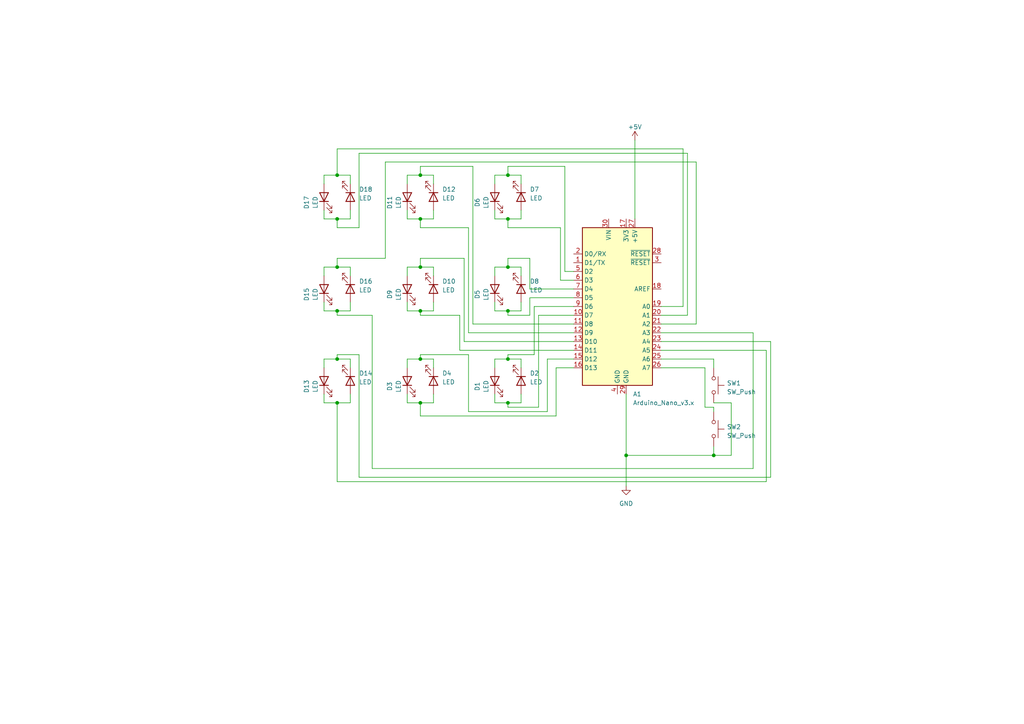
<source format=kicad_sch>
(kicad_sch (version 20230121) (generator eeschema)

  (uuid ee24f6c0-03cb-4154-8663-37f2e5e53921)

  (paper "A4")

  (lib_symbols
    (symbol "Device:LED" (pin_numbers hide) (pin_names (offset 1.016) hide) (in_bom yes) (on_board yes)
      (property "Reference" "D" (at 0 2.54 0)
        (effects (font (size 1.27 1.27)))
      )
      (property "Value" "LED" (at 0 -2.54 0)
        (effects (font (size 1.27 1.27)))
      )
      (property "Footprint" "" (at 0 0 0)
        (effects (font (size 1.27 1.27)) hide)
      )
      (property "Datasheet" "~" (at 0 0 0)
        (effects (font (size 1.27 1.27)) hide)
      )
      (property "ki_keywords" "LED diode" (at 0 0 0)
        (effects (font (size 1.27 1.27)) hide)
      )
      (property "ki_description" "Light emitting diode" (at 0 0 0)
        (effects (font (size 1.27 1.27)) hide)
      )
      (property "ki_fp_filters" "LED* LED_SMD:* LED_THT:*" (at 0 0 0)
        (effects (font (size 1.27 1.27)) hide)
      )
      (symbol "LED_0_1"
        (polyline
          (pts
            (xy -1.27 -1.27)
            (xy -1.27 1.27)
          )
          (stroke (width 0.254) (type default))
          (fill (type none))
        )
        (polyline
          (pts
            (xy -1.27 0)
            (xy 1.27 0)
          )
          (stroke (width 0) (type default))
          (fill (type none))
        )
        (polyline
          (pts
            (xy 1.27 -1.27)
            (xy 1.27 1.27)
            (xy -1.27 0)
            (xy 1.27 -1.27)
          )
          (stroke (width 0.254) (type default))
          (fill (type none))
        )
        (polyline
          (pts
            (xy -3.048 -0.762)
            (xy -4.572 -2.286)
            (xy -3.81 -2.286)
            (xy -4.572 -2.286)
            (xy -4.572 -1.524)
          )
          (stroke (width 0) (type default))
          (fill (type none))
        )
        (polyline
          (pts
            (xy -1.778 -0.762)
            (xy -3.302 -2.286)
            (xy -2.54 -2.286)
            (xy -3.302 -2.286)
            (xy -3.302 -1.524)
          )
          (stroke (width 0) (type default))
          (fill (type none))
        )
      )
      (symbol "LED_1_1"
        (pin passive line (at -3.81 0 0) (length 2.54)
          (name "K" (effects (font (size 1.27 1.27))))
          (number "1" (effects (font (size 1.27 1.27))))
        )
        (pin passive line (at 3.81 0 180) (length 2.54)
          (name "A" (effects (font (size 1.27 1.27))))
          (number "2" (effects (font (size 1.27 1.27))))
        )
      )
    )
    (symbol "MCU_Module:Arduino_Nano_v3.x" (in_bom yes) (on_board yes)
      (property "Reference" "A" (at -10.16 23.495 0)
        (effects (font (size 1.27 1.27)) (justify left bottom))
      )
      (property "Value" "Arduino_Nano_v3.x" (at 5.08 -24.13 0)
        (effects (font (size 1.27 1.27)) (justify left top))
      )
      (property "Footprint" "Module:Arduino_Nano" (at 0 0 0)
        (effects (font (size 1.27 1.27) italic) hide)
      )
      (property "Datasheet" "http://www.mouser.com/pdfdocs/Gravitech_Arduino_Nano3_0.pdf" (at 0 0 0)
        (effects (font (size 1.27 1.27)) hide)
      )
      (property "ki_keywords" "Arduino nano microcontroller module USB" (at 0 0 0)
        (effects (font (size 1.27 1.27)) hide)
      )
      (property "ki_description" "Arduino Nano v3.x" (at 0 0 0)
        (effects (font (size 1.27 1.27)) hide)
      )
      (property "ki_fp_filters" "Arduino*Nano*" (at 0 0 0)
        (effects (font (size 1.27 1.27)) hide)
      )
      (symbol "Arduino_Nano_v3.x_0_1"
        (rectangle (start -10.16 22.86) (end 10.16 -22.86)
          (stroke (width 0.254) (type default))
          (fill (type background))
        )
      )
      (symbol "Arduino_Nano_v3.x_1_1"
        (pin bidirectional line (at -12.7 12.7 0) (length 2.54)
          (name "D1/TX" (effects (font (size 1.27 1.27))))
          (number "1" (effects (font (size 1.27 1.27))))
        )
        (pin bidirectional line (at -12.7 -2.54 0) (length 2.54)
          (name "D7" (effects (font (size 1.27 1.27))))
          (number "10" (effects (font (size 1.27 1.27))))
        )
        (pin bidirectional line (at -12.7 -5.08 0) (length 2.54)
          (name "D8" (effects (font (size 1.27 1.27))))
          (number "11" (effects (font (size 1.27 1.27))))
        )
        (pin bidirectional line (at -12.7 -7.62 0) (length 2.54)
          (name "D9" (effects (font (size 1.27 1.27))))
          (number "12" (effects (font (size 1.27 1.27))))
        )
        (pin bidirectional line (at -12.7 -10.16 0) (length 2.54)
          (name "D10" (effects (font (size 1.27 1.27))))
          (number "13" (effects (font (size 1.27 1.27))))
        )
        (pin bidirectional line (at -12.7 -12.7 0) (length 2.54)
          (name "D11" (effects (font (size 1.27 1.27))))
          (number "14" (effects (font (size 1.27 1.27))))
        )
        (pin bidirectional line (at -12.7 -15.24 0) (length 2.54)
          (name "D12" (effects (font (size 1.27 1.27))))
          (number "15" (effects (font (size 1.27 1.27))))
        )
        (pin bidirectional line (at -12.7 -17.78 0) (length 2.54)
          (name "D13" (effects (font (size 1.27 1.27))))
          (number "16" (effects (font (size 1.27 1.27))))
        )
        (pin power_out line (at 2.54 25.4 270) (length 2.54)
          (name "3V3" (effects (font (size 1.27 1.27))))
          (number "17" (effects (font (size 1.27 1.27))))
        )
        (pin input line (at 12.7 5.08 180) (length 2.54)
          (name "AREF" (effects (font (size 1.27 1.27))))
          (number "18" (effects (font (size 1.27 1.27))))
        )
        (pin bidirectional line (at 12.7 0 180) (length 2.54)
          (name "A0" (effects (font (size 1.27 1.27))))
          (number "19" (effects (font (size 1.27 1.27))))
        )
        (pin bidirectional line (at -12.7 15.24 0) (length 2.54)
          (name "D0/RX" (effects (font (size 1.27 1.27))))
          (number "2" (effects (font (size 1.27 1.27))))
        )
        (pin bidirectional line (at 12.7 -2.54 180) (length 2.54)
          (name "A1" (effects (font (size 1.27 1.27))))
          (number "20" (effects (font (size 1.27 1.27))))
        )
        (pin bidirectional line (at 12.7 -5.08 180) (length 2.54)
          (name "A2" (effects (font (size 1.27 1.27))))
          (number "21" (effects (font (size 1.27 1.27))))
        )
        (pin bidirectional line (at 12.7 -7.62 180) (length 2.54)
          (name "A3" (effects (font (size 1.27 1.27))))
          (number "22" (effects (font (size 1.27 1.27))))
        )
        (pin bidirectional line (at 12.7 -10.16 180) (length 2.54)
          (name "A4" (effects (font (size 1.27 1.27))))
          (number "23" (effects (font (size 1.27 1.27))))
        )
        (pin bidirectional line (at 12.7 -12.7 180) (length 2.54)
          (name "A5" (effects (font (size 1.27 1.27))))
          (number "24" (effects (font (size 1.27 1.27))))
        )
        (pin bidirectional line (at 12.7 -15.24 180) (length 2.54)
          (name "A6" (effects (font (size 1.27 1.27))))
          (number "25" (effects (font (size 1.27 1.27))))
        )
        (pin bidirectional line (at 12.7 -17.78 180) (length 2.54)
          (name "A7" (effects (font (size 1.27 1.27))))
          (number "26" (effects (font (size 1.27 1.27))))
        )
        (pin power_out line (at 5.08 25.4 270) (length 2.54)
          (name "+5V" (effects (font (size 1.27 1.27))))
          (number "27" (effects (font (size 1.27 1.27))))
        )
        (pin input line (at 12.7 15.24 180) (length 2.54)
          (name "~{RESET}" (effects (font (size 1.27 1.27))))
          (number "28" (effects (font (size 1.27 1.27))))
        )
        (pin power_in line (at 2.54 -25.4 90) (length 2.54)
          (name "GND" (effects (font (size 1.27 1.27))))
          (number "29" (effects (font (size 1.27 1.27))))
        )
        (pin input line (at 12.7 12.7 180) (length 2.54)
          (name "~{RESET}" (effects (font (size 1.27 1.27))))
          (number "3" (effects (font (size 1.27 1.27))))
        )
        (pin power_in line (at -2.54 25.4 270) (length 2.54)
          (name "VIN" (effects (font (size 1.27 1.27))))
          (number "30" (effects (font (size 1.27 1.27))))
        )
        (pin power_in line (at 0 -25.4 90) (length 2.54)
          (name "GND" (effects (font (size 1.27 1.27))))
          (number "4" (effects (font (size 1.27 1.27))))
        )
        (pin bidirectional line (at -12.7 10.16 0) (length 2.54)
          (name "D2" (effects (font (size 1.27 1.27))))
          (number "5" (effects (font (size 1.27 1.27))))
        )
        (pin bidirectional line (at -12.7 7.62 0) (length 2.54)
          (name "D3" (effects (font (size 1.27 1.27))))
          (number "6" (effects (font (size 1.27 1.27))))
        )
        (pin bidirectional line (at -12.7 5.08 0) (length 2.54)
          (name "D4" (effects (font (size 1.27 1.27))))
          (number "7" (effects (font (size 1.27 1.27))))
        )
        (pin bidirectional line (at -12.7 2.54 0) (length 2.54)
          (name "D5" (effects (font (size 1.27 1.27))))
          (number "8" (effects (font (size 1.27 1.27))))
        )
        (pin bidirectional line (at -12.7 0 0) (length 2.54)
          (name "D6" (effects (font (size 1.27 1.27))))
          (number "9" (effects (font (size 1.27 1.27))))
        )
      )
    )
    (symbol "Switch:SW_Push" (pin_numbers hide) (pin_names (offset 1.016) hide) (in_bom yes) (on_board yes)
      (property "Reference" "SW" (at 1.27 2.54 0)
        (effects (font (size 1.27 1.27)) (justify left))
      )
      (property "Value" "SW_Push" (at 0 -1.524 0)
        (effects (font (size 1.27 1.27)))
      )
      (property "Footprint" "" (at 0 5.08 0)
        (effects (font (size 1.27 1.27)) hide)
      )
      (property "Datasheet" "~" (at 0 5.08 0)
        (effects (font (size 1.27 1.27)) hide)
      )
      (property "ki_keywords" "switch normally-open pushbutton push-button" (at 0 0 0)
        (effects (font (size 1.27 1.27)) hide)
      )
      (property "ki_description" "Push button switch, generic, two pins" (at 0 0 0)
        (effects (font (size 1.27 1.27)) hide)
      )
      (symbol "SW_Push_0_1"
        (circle (center -2.032 0) (radius 0.508)
          (stroke (width 0) (type default))
          (fill (type none))
        )
        (polyline
          (pts
            (xy 0 1.27)
            (xy 0 3.048)
          )
          (stroke (width 0) (type default))
          (fill (type none))
        )
        (polyline
          (pts
            (xy 2.54 1.27)
            (xy -2.54 1.27)
          )
          (stroke (width 0) (type default))
          (fill (type none))
        )
        (circle (center 2.032 0) (radius 0.508)
          (stroke (width 0) (type default))
          (fill (type none))
        )
        (pin passive line (at -5.08 0 0) (length 2.54)
          (name "1" (effects (font (size 1.27 1.27))))
          (number "1" (effects (font (size 1.27 1.27))))
        )
        (pin passive line (at 5.08 0 180) (length 2.54)
          (name "2" (effects (font (size 1.27 1.27))))
          (number "2" (effects (font (size 1.27 1.27))))
        )
      )
    )
    (symbol "power:+5V" (power) (pin_names (offset 0)) (in_bom yes) (on_board yes)
      (property "Reference" "#PWR" (at 0 -3.81 0)
        (effects (font (size 1.27 1.27)) hide)
      )
      (property "Value" "+5V" (at 0 3.556 0)
        (effects (font (size 1.27 1.27)))
      )
      (property "Footprint" "" (at 0 0 0)
        (effects (font (size 1.27 1.27)) hide)
      )
      (property "Datasheet" "" (at 0 0 0)
        (effects (font (size 1.27 1.27)) hide)
      )
      (property "ki_keywords" "global power" (at 0 0 0)
        (effects (font (size 1.27 1.27)) hide)
      )
      (property "ki_description" "Power symbol creates a global label with name \"+5V\"" (at 0 0 0)
        (effects (font (size 1.27 1.27)) hide)
      )
      (symbol "+5V_0_1"
        (polyline
          (pts
            (xy -0.762 1.27)
            (xy 0 2.54)
          )
          (stroke (width 0) (type default))
          (fill (type none))
        )
        (polyline
          (pts
            (xy 0 0)
            (xy 0 2.54)
          )
          (stroke (width 0) (type default))
          (fill (type none))
        )
        (polyline
          (pts
            (xy 0 2.54)
            (xy 0.762 1.27)
          )
          (stroke (width 0) (type default))
          (fill (type none))
        )
      )
      (symbol "+5V_1_1"
        (pin power_in line (at 0 0 90) (length 0) hide
          (name "+5V" (effects (font (size 1.27 1.27))))
          (number "1" (effects (font (size 1.27 1.27))))
        )
      )
    )
    (symbol "power:GND" (power) (pin_names (offset 0)) (in_bom yes) (on_board yes)
      (property "Reference" "#PWR" (at 0 -6.35 0)
        (effects (font (size 1.27 1.27)) hide)
      )
      (property "Value" "GND" (at 0 -3.81 0)
        (effects (font (size 1.27 1.27)))
      )
      (property "Footprint" "" (at 0 0 0)
        (effects (font (size 1.27 1.27)) hide)
      )
      (property "Datasheet" "" (at 0 0 0)
        (effects (font (size 1.27 1.27)) hide)
      )
      (property "ki_keywords" "global power" (at 0 0 0)
        (effects (font (size 1.27 1.27)) hide)
      )
      (property "ki_description" "Power symbol creates a global label with name \"GND\" , ground" (at 0 0 0)
        (effects (font (size 1.27 1.27)) hide)
      )
      (symbol "GND_0_1"
        (polyline
          (pts
            (xy 0 0)
            (xy 0 -1.27)
            (xy 1.27 -1.27)
            (xy 0 -2.54)
            (xy -1.27 -1.27)
            (xy 0 -1.27)
          )
          (stroke (width 0) (type default))
          (fill (type none))
        )
      )
      (symbol "GND_1_1"
        (pin power_in line (at 0 0 270) (length 0) hide
          (name "GND" (effects (font (size 1.27 1.27))))
          (number "1" (effects (font (size 1.27 1.27))))
        )
      )
    )
  )

  (junction (at 97.79 63.5) (diameter 0) (color 0 0 0 0)
    (uuid 12b40444-4652-4e89-8a5b-6fb88896bd04)
  )
  (junction (at 121.92 77.47) (diameter 0) (color 0 0 0 0)
    (uuid 249cbaf1-d8d4-44bd-8702-99ba4a059bd4)
  )
  (junction (at 147.32 116.84) (diameter 0) (color 0 0 0 0)
    (uuid 3442ea6c-39a8-4956-9629-a2d94df19451)
  )
  (junction (at 147.32 104.14) (diameter 0) (color 0 0 0 0)
    (uuid 4969f379-2705-4ba4-b990-8d74dafce137)
  )
  (junction (at 147.32 77.47) (diameter 0) (color 0 0 0 0)
    (uuid 6488341d-a9b0-428e-9397-a6e3058fec2d)
  )
  (junction (at 97.79 104.14) (diameter 0) (color 0 0 0 0)
    (uuid 6495f67c-a170-4df6-afdb-0f83caa75826)
  )
  (junction (at 97.79 90.17) (diameter 0) (color 0 0 0 0)
    (uuid 885ef491-d548-4b54-8ce0-8dc3f87aefd4)
  )
  (junction (at 97.79 116.84) (diameter 0) (color 0 0 0 0)
    (uuid 92d92a53-c27e-465b-96fe-b3aaf0fb4882)
  )
  (junction (at 97.79 50.8) (diameter 0) (color 0 0 0 0)
    (uuid 9ffea827-b5ef-488b-8223-2a74f1244640)
  )
  (junction (at 121.92 116.84) (diameter 0) (color 0 0 0 0)
    (uuid ae89b022-1e1f-41af-b981-a7f9c478abe6)
  )
  (junction (at 207.01 132.08) (diameter 0) (color 0 0 0 0)
    (uuid bb2d0301-aaf2-4e11-a855-f408b0aa45ed)
  )
  (junction (at 147.32 50.8) (diameter 0) (color 0 0 0 0)
    (uuid c03847cc-40f0-4c41-8bc9-0bda85317371)
  )
  (junction (at 121.92 63.5) (diameter 0) (color 0 0 0 0)
    (uuid c4bfd467-57b1-44fa-a584-06a1d6376975)
  )
  (junction (at 121.92 90.17) (diameter 0) (color 0 0 0 0)
    (uuid c5eafc70-037a-4762-b085-e6a370efa6e8)
  )
  (junction (at 121.92 104.14) (diameter 0) (color 0 0 0 0)
    (uuid cd45dd6b-b4aa-408d-91b5-d1a56a0d45ff)
  )
  (junction (at 147.32 63.5) (diameter 0) (color 0 0 0 0)
    (uuid d44e7f15-8f30-455a-b7ec-a1636e9eb260)
  )
  (junction (at 97.79 77.47) (diameter 0) (color 0 0 0 0)
    (uuid d61c1bca-ccf3-4900-b03f-28732b8f0485)
  )
  (junction (at 147.32 90.17) (diameter 0) (color 0 0 0 0)
    (uuid d96af600-7545-401a-8964-b78c9ffeef72)
  )
  (junction (at 121.92 50.8) (diameter 0) (color 0 0 0 0)
    (uuid e810e628-4b26-4bcd-9aa9-f9079d6d46d7)
  )
  (junction (at 181.61 132.08) (diameter 0) (color 0 0 0 0)
    (uuid f96da2cc-3d2a-489b-aad8-ebd312a507b1)
  )

  (wire (pts (xy 147.32 90.17) (xy 151.13 90.17))
    (stroke (width 0) (type default))
    (uuid 00c4b518-20a7-41cf-a724-577661e8666f)
  )
  (wire (pts (xy 125.73 104.14) (xy 125.73 106.68))
    (stroke (width 0) (type default))
    (uuid 023be54c-be3f-4af8-ad9b-bd19bb1289c5)
  )
  (wire (pts (xy 118.11 77.47) (xy 121.92 77.47))
    (stroke (width 0) (type default))
    (uuid 035b11cf-a99b-4255-bdc1-32878667968c)
  )
  (wire (pts (xy 222.25 139.7) (xy 222.25 101.6))
    (stroke (width 0) (type default))
    (uuid 03b20d86-6b63-4132-8b9a-d4e2ad8836e2)
  )
  (wire (pts (xy 118.11 116.84) (xy 121.92 116.84))
    (stroke (width 0) (type default))
    (uuid 03cbfdaf-83cd-48f8-9623-dbcee898cfbb)
  )
  (wire (pts (xy 93.98 104.14) (xy 97.79 104.14))
    (stroke (width 0) (type default))
    (uuid 04209160-9d83-412f-af9e-e2cee8c66523)
  )
  (wire (pts (xy 118.11 87.63) (xy 118.11 90.17))
    (stroke (width 0) (type default))
    (uuid 04eb3aeb-4312-4178-8d21-b2f0d9fc330a)
  )
  (wire (pts (xy 143.51 77.47) (xy 147.32 77.47))
    (stroke (width 0) (type default))
    (uuid 064a91d9-882c-4ef7-b046-bc67a8c3971e)
  )
  (wire (pts (xy 147.32 77.47) (xy 151.13 77.47))
    (stroke (width 0) (type default))
    (uuid 06a60324-f96a-499b-a165-723e603ce895)
  )
  (wire (pts (xy 97.79 66.04) (xy 104.14 66.04))
    (stroke (width 0) (type default))
    (uuid 07a951a7-3066-4eed-9fcb-2505bf5748b4)
  )
  (wire (pts (xy 207.01 129.54) (xy 207.01 132.08))
    (stroke (width 0) (type default))
    (uuid 085d5566-ff86-44fe-a6e1-cc2caca2759a)
  )
  (wire (pts (xy 154.94 88.9) (xy 166.37 88.9))
    (stroke (width 0) (type default))
    (uuid 09f3e7b6-211b-42f6-a354-ab3644409539)
  )
  (wire (pts (xy 97.79 74.93) (xy 111.76 74.93))
    (stroke (width 0) (type default))
    (uuid 09fb3ed5-d649-424a-8bd4-5f2bcac5346f)
  )
  (wire (pts (xy 97.79 50.8) (xy 101.6 50.8))
    (stroke (width 0) (type default))
    (uuid 0f744a93-65fe-4c3d-9154-00c5f51129cf)
  )
  (wire (pts (xy 162.56 66.04) (xy 162.56 81.28))
    (stroke (width 0) (type default))
    (uuid 0fbf945d-7ce2-4c88-b767-368afac4071c)
  )
  (wire (pts (xy 147.32 118.11) (xy 156.21 118.11))
    (stroke (width 0) (type default))
    (uuid 10f1e637-2ed7-4a21-a461-598ac2702df4)
  )
  (wire (pts (xy 147.32 63.5) (xy 147.32 66.04))
    (stroke (width 0) (type default))
    (uuid 11fb241a-87cc-408f-9cb4-fe0069099582)
  )
  (wire (pts (xy 121.92 50.8) (xy 121.92 48.26))
    (stroke (width 0) (type default))
    (uuid 12c62e87-0f88-462d-a886-061811459c2a)
  )
  (wire (pts (xy 121.92 120.65) (xy 161.29 120.65))
    (stroke (width 0) (type default))
    (uuid 132b7c89-6742-4c75-ab84-e906b20e2fa6)
  )
  (wire (pts (xy 134.62 99.06) (xy 166.37 99.06))
    (stroke (width 0) (type default))
    (uuid 13e2c3bf-a91e-429a-9d2b-7ecd20de3373)
  )
  (wire (pts (xy 222.25 101.6) (xy 191.77 101.6))
    (stroke (width 0) (type default))
    (uuid 142f153c-c347-42ef-be92-30a4049f9f2c)
  )
  (wire (pts (xy 97.79 77.47) (xy 97.79 74.93))
    (stroke (width 0) (type default))
    (uuid 1c9d4045-4194-4931-97c4-e326ba636518)
  )
  (wire (pts (xy 107.95 91.44) (xy 107.95 135.89))
    (stroke (width 0) (type default))
    (uuid 1fa0d320-209a-4a6a-ba6e-ccac560ded2b)
  )
  (wire (pts (xy 97.79 104.14) (xy 101.6 104.14))
    (stroke (width 0) (type default))
    (uuid 2018b4b4-db0e-49b3-881d-a4eaf88549c2)
  )
  (wire (pts (xy 156.21 118.11) (xy 156.21 91.44))
    (stroke (width 0) (type default))
    (uuid 233f8944-90b8-45dc-af62-17b1f15636c2)
  )
  (wire (pts (xy 97.79 77.47) (xy 101.6 77.47))
    (stroke (width 0) (type default))
    (uuid 246c4e0f-0d58-434d-99e0-f1bf0a706ada)
  )
  (wire (pts (xy 121.92 48.26) (xy 137.16 48.26))
    (stroke (width 0) (type default))
    (uuid 256c66c7-3500-45ca-9099-a43e868745f8)
  )
  (wire (pts (xy 101.6 90.17) (xy 101.6 87.63))
    (stroke (width 0) (type default))
    (uuid 296f65ca-972f-4815-a0f7-8df3800739d6)
  )
  (wire (pts (xy 201.93 46.99) (xy 201.93 93.98))
    (stroke (width 0) (type default))
    (uuid 2a02b7da-0d50-4961-967f-5fb00d89c3af)
  )
  (wire (pts (xy 121.92 66.04) (xy 135.89 66.04))
    (stroke (width 0) (type default))
    (uuid 2b4945b2-a898-497c-8d7c-a7bc0a265166)
  )
  (wire (pts (xy 158.75 104.14) (xy 166.37 104.14))
    (stroke (width 0) (type default))
    (uuid 2bed2d04-4868-4028-a9b5-01879c90ec52)
  )
  (wire (pts (xy 147.32 74.93) (xy 153.67 74.93))
    (stroke (width 0) (type default))
    (uuid 2c2b75a7-4eee-4785-81f1-b425f06a25ed)
  )
  (wire (pts (xy 125.73 90.17) (xy 125.73 87.63))
    (stroke (width 0) (type default))
    (uuid 2f99090c-86be-4b38-9808-bf080bbcc15d)
  )
  (wire (pts (xy 198.12 88.9) (xy 191.77 88.9))
    (stroke (width 0) (type default))
    (uuid 30372c70-8e07-4809-9472-95c8dc7e2470)
  )
  (wire (pts (xy 207.01 118.11) (xy 207.01 119.38))
    (stroke (width 0) (type default))
    (uuid 341cae59-a082-43ba-b85c-88ce396cef7b)
  )
  (wire (pts (xy 97.79 90.17) (xy 97.79 91.44))
    (stroke (width 0) (type default))
    (uuid 3655325e-a629-453a-a626-2db5802b562b)
  )
  (wire (pts (xy 121.92 91.44) (xy 133.35 91.44))
    (stroke (width 0) (type default))
    (uuid 371a6dc3-d5ef-410e-819c-2629dcdac965)
  )
  (wire (pts (xy 134.62 74.93) (xy 134.62 99.06))
    (stroke (width 0) (type default))
    (uuid 3825d45b-9465-436e-9658-a7ce93fe9acd)
  )
  (wire (pts (xy 101.6 63.5) (xy 101.6 60.96))
    (stroke (width 0) (type default))
    (uuid 38e3a125-94dc-48b6-af59-b078dc4880fc)
  )
  (wire (pts (xy 147.32 48.26) (xy 163.83 48.26))
    (stroke (width 0) (type default))
    (uuid 3c7110f3-48e9-4d68-905a-a29fb1cd503e)
  )
  (wire (pts (xy 223.52 99.06) (xy 191.77 99.06))
    (stroke (width 0) (type default))
    (uuid 3d44d1ba-a4c4-48fd-8e40-61aaa935a715)
  )
  (wire (pts (xy 97.79 91.44) (xy 107.95 91.44))
    (stroke (width 0) (type default))
    (uuid 3fb6a97d-cb67-42d3-84ee-bb0abca9cf6f)
  )
  (wire (pts (xy 93.98 80.01) (xy 93.98 77.47))
    (stroke (width 0) (type default))
    (uuid 414df0a1-5399-40ce-8927-d592790e00b5)
  )
  (wire (pts (xy 199.39 91.44) (xy 191.77 91.44))
    (stroke (width 0) (type default))
    (uuid 476a5f7d-7a67-4c99-a947-d66f99fd731f)
  )
  (wire (pts (xy 118.11 53.34) (xy 118.11 50.8))
    (stroke (width 0) (type default))
    (uuid 4802e5ae-11c0-4367-82e3-56d526a0304d)
  )
  (wire (pts (xy 201.93 93.98) (xy 191.77 93.98))
    (stroke (width 0) (type default))
    (uuid 490dfbec-8f9b-48ce-92d6-452bcccdfedb)
  )
  (wire (pts (xy 191.77 104.14) (xy 207.01 104.14))
    (stroke (width 0) (type default))
    (uuid 4971fc17-91fa-436e-ba6e-26438d7b64ef)
  )
  (wire (pts (xy 121.92 63.5) (xy 121.92 66.04))
    (stroke (width 0) (type default))
    (uuid 4d6caede-0f33-44e2-9619-f0153ed8ffc7)
  )
  (wire (pts (xy 111.76 74.93) (xy 111.76 46.99))
    (stroke (width 0) (type default))
    (uuid 4e030bef-4d6f-4c25-9679-6a8f5592eea6)
  )
  (wire (pts (xy 223.52 138.43) (xy 223.52 99.06))
    (stroke (width 0) (type default))
    (uuid 4f60a73c-2699-4cf6-aee1-ee84ae7f6cd0)
  )
  (wire (pts (xy 151.13 50.8) (xy 151.13 53.34))
    (stroke (width 0) (type default))
    (uuid 4f67ec84-fff6-46f5-9a62-1752220e2f0c)
  )
  (wire (pts (xy 93.98 116.84) (xy 97.79 116.84))
    (stroke (width 0) (type default))
    (uuid 50a5fff0-230d-45e5-9f9f-93eeae80bc60)
  )
  (wire (pts (xy 162.56 81.28) (xy 166.37 81.28))
    (stroke (width 0) (type default))
    (uuid 51051e65-39a6-4464-a236-e33065997905)
  )
  (wire (pts (xy 198.12 43.18) (xy 198.12 88.9))
    (stroke (width 0) (type default))
    (uuid 510d7fb0-33bc-435d-a653-95bda73de876)
  )
  (wire (pts (xy 143.51 63.5) (xy 147.32 63.5))
    (stroke (width 0) (type default))
    (uuid 52e1ac75-5541-4d6b-ba28-878f9894756d)
  )
  (wire (pts (xy 163.83 78.74) (xy 166.37 78.74))
    (stroke (width 0) (type default))
    (uuid 56162f20-650c-44d4-ad9b-0f54bf10ecfc)
  )
  (wire (pts (xy 143.51 80.01) (xy 143.51 77.47))
    (stroke (width 0) (type default))
    (uuid 5692747a-189f-4f5c-a708-708bf6069d00)
  )
  (wire (pts (xy 121.92 102.87) (xy 135.89 102.87))
    (stroke (width 0) (type default))
    (uuid 5696441f-8ba5-459e-8fe2-00b20e7919ce)
  )
  (wire (pts (xy 143.51 60.96) (xy 143.51 63.5))
    (stroke (width 0) (type default))
    (uuid 574ae528-0aec-4c1f-8a96-ebdcb057d06e)
  )
  (wire (pts (xy 97.79 139.7) (xy 222.25 139.7))
    (stroke (width 0) (type default))
    (uuid 582c4b22-ee1d-48e3-87ad-aecdf79c3edd)
  )
  (wire (pts (xy 118.11 60.96) (xy 118.11 63.5))
    (stroke (width 0) (type default))
    (uuid 589079b0-376a-4925-b429-1c30435d9cb3)
  )
  (wire (pts (xy 147.32 63.5) (xy 151.13 63.5))
    (stroke (width 0) (type default))
    (uuid 59a9568e-267a-48d8-97eb-169b223a428b)
  )
  (wire (pts (xy 93.98 87.63) (xy 93.98 90.17))
    (stroke (width 0) (type default))
    (uuid 5b07d523-17d0-4ea9-8517-035fbe691b83)
  )
  (wire (pts (xy 147.32 91.44) (xy 153.67 91.44))
    (stroke (width 0) (type default))
    (uuid 5d1bb7a9-25b4-408d-b86b-09da29ce3adf)
  )
  (wire (pts (xy 147.32 104.14) (xy 151.13 104.14))
    (stroke (width 0) (type default))
    (uuid 623b8bcf-87a7-47e7-9912-5c1cc2654211)
  )
  (wire (pts (xy 181.61 114.3) (xy 181.61 132.08))
    (stroke (width 0) (type default))
    (uuid 62a42cbf-109b-43c7-b767-fa93f76a3c09)
  )
  (wire (pts (xy 93.98 53.34) (xy 93.98 50.8))
    (stroke (width 0) (type default))
    (uuid 62c608a7-82c0-4523-ab31-7bf50266a64c)
  )
  (wire (pts (xy 207.01 116.84) (xy 212.09 116.84))
    (stroke (width 0) (type default))
    (uuid 6582a208-abac-4356-bea6-3746d4c01e23)
  )
  (wire (pts (xy 154.94 102.87) (xy 154.94 88.9))
    (stroke (width 0) (type default))
    (uuid 661ec28d-3409-4cb0-9c5b-510cf4b9481c)
  )
  (wire (pts (xy 121.92 63.5) (xy 125.73 63.5))
    (stroke (width 0) (type default))
    (uuid 676b72aa-d0c1-49db-9cb1-0b8d8eb94f79)
  )
  (wire (pts (xy 118.11 106.68) (xy 118.11 104.14))
    (stroke (width 0) (type default))
    (uuid 678542bd-7acb-464f-aa64-f90a8d772c93)
  )
  (wire (pts (xy 143.51 104.14) (xy 147.32 104.14))
    (stroke (width 0) (type default))
    (uuid 6912b077-c83f-447d-9cc8-24d71a97d108)
  )
  (wire (pts (xy 181.61 132.08) (xy 207.01 132.08))
    (stroke (width 0) (type default))
    (uuid 69758f6f-637a-46b3-81e2-7f3243ebe046)
  )
  (wire (pts (xy 204.47 118.11) (xy 204.47 106.68))
    (stroke (width 0) (type default))
    (uuid 6b8438af-784d-4417-98af-8d7acd52bccb)
  )
  (wire (pts (xy 118.11 90.17) (xy 121.92 90.17))
    (stroke (width 0) (type default))
    (uuid 6cf6c88e-3509-425f-86e7-9c79bd437be9)
  )
  (wire (pts (xy 143.51 87.63) (xy 143.51 90.17))
    (stroke (width 0) (type default))
    (uuid 6ea66f25-ad55-4ba6-afd5-417367598356)
  )
  (wire (pts (xy 135.89 119.38) (xy 158.75 119.38))
    (stroke (width 0) (type default))
    (uuid 71232e19-083a-407e-94e0-74d52d561e76)
  )
  (wire (pts (xy 97.79 63.5) (xy 97.79 66.04))
    (stroke (width 0) (type default))
    (uuid 7135f120-6da1-4cce-b0b5-c6a73fd405cb)
  )
  (wire (pts (xy 97.79 102.87) (xy 104.14 102.87))
    (stroke (width 0) (type default))
    (uuid 7204b65d-fbe1-4418-9666-502101ffdbbb)
  )
  (wire (pts (xy 104.14 66.04) (xy 104.14 44.45))
    (stroke (width 0) (type default))
    (uuid 730284a7-7380-4888-b3a5-a49df2d56eb8)
  )
  (wire (pts (xy 163.83 48.26) (xy 163.83 78.74))
    (stroke (width 0) (type default))
    (uuid 7317c8fe-dc4c-4dfe-907c-5d0cb68952e0)
  )
  (wire (pts (xy 101.6 116.84) (xy 101.6 114.3))
    (stroke (width 0) (type default))
    (uuid 7536a860-5382-4d1f-99b1-06c31170a89c)
  )
  (wire (pts (xy 204.47 106.68) (xy 191.77 106.68))
    (stroke (width 0) (type default))
    (uuid 76934cc6-fd53-436c-a089-e6a8d6c6132a)
  )
  (wire (pts (xy 125.73 63.5) (xy 125.73 60.96))
    (stroke (width 0) (type default))
    (uuid 76f022dc-2515-4345-8256-5bee690a8a8d)
  )
  (wire (pts (xy 93.98 106.68) (xy 93.98 104.14))
    (stroke (width 0) (type default))
    (uuid 7b526407-3470-4bf4-80b3-7160089a1c29)
  )
  (wire (pts (xy 147.32 116.84) (xy 147.32 118.11))
    (stroke (width 0) (type default))
    (uuid 7c563b2e-2ffc-47fb-bc9c-dd117c4a4778)
  )
  (wire (pts (xy 143.51 90.17) (xy 147.32 90.17))
    (stroke (width 0) (type default))
    (uuid 7d49adc0-e80d-4c59-aa97-b6fa7f4a62cc)
  )
  (wire (pts (xy 153.67 86.36) (xy 166.37 86.36))
    (stroke (width 0) (type default))
    (uuid 7e21ee72-3085-4338-91b8-b85f4a2aa8df)
  )
  (wire (pts (xy 97.79 63.5) (xy 101.6 63.5))
    (stroke (width 0) (type default))
    (uuid 7e7b56cb-7f47-4196-b6cd-ae02a21b3f62)
  )
  (wire (pts (xy 121.92 74.93) (xy 134.62 74.93))
    (stroke (width 0) (type default))
    (uuid 8211a14e-7ae6-4290-9bf4-77301fdc5fca)
  )
  (wire (pts (xy 184.15 40.64) (xy 184.15 63.5))
    (stroke (width 0) (type default))
    (uuid 83cb67c2-5ba3-4e8d-80d0-9751b8fe84a2)
  )
  (wire (pts (xy 137.16 48.26) (xy 137.16 93.98))
    (stroke (width 0) (type default))
    (uuid 8610ac72-d1df-4f77-bdf8-8b82f18ba04e)
  )
  (wire (pts (xy 147.32 104.14) (xy 147.32 102.87))
    (stroke (width 0) (type default))
    (uuid 88b7d370-d0b1-402c-ac29-eac2f6794467)
  )
  (wire (pts (xy 118.11 104.14) (xy 121.92 104.14))
    (stroke (width 0) (type default))
    (uuid 8bd11160-b7f5-40d4-9172-8d61af3ebf8a)
  )
  (wire (pts (xy 121.92 90.17) (xy 125.73 90.17))
    (stroke (width 0) (type default))
    (uuid 8c846ea8-063f-4d60-b384-6c55d340d31a)
  )
  (wire (pts (xy 147.32 116.84) (xy 151.13 116.84))
    (stroke (width 0) (type default))
    (uuid 931efe76-e566-4d35-baeb-3b725c532703)
  )
  (wire (pts (xy 97.79 50.8) (xy 97.79 43.18))
    (stroke (width 0) (type default))
    (uuid 93b88b26-d3ba-493f-82f0-4df8179ec0da)
  )
  (wire (pts (xy 97.79 104.14) (xy 97.79 102.87))
    (stroke (width 0) (type default))
    (uuid 945e60fe-aa8d-4f4f-ad6b-d37d4d4ce238)
  )
  (wire (pts (xy 161.29 120.65) (xy 161.29 106.68))
    (stroke (width 0) (type default))
    (uuid 96e8a35a-d5e9-43d9-bd3c-3d4ef29aac4d)
  )
  (wire (pts (xy 121.92 116.84) (xy 121.92 120.65))
    (stroke (width 0) (type default))
    (uuid 9731f33e-faef-4834-bfb4-842602920a60)
  )
  (wire (pts (xy 121.92 104.14) (xy 125.73 104.14))
    (stroke (width 0) (type default))
    (uuid 98d10bc4-218b-4c30-9039-1575d453a39a)
  )
  (wire (pts (xy 158.75 119.38) (xy 158.75 104.14))
    (stroke (width 0) (type default))
    (uuid 98d30bd8-12b0-4918-8c03-f43bc058cd4e)
  )
  (wire (pts (xy 121.92 104.14) (xy 121.92 102.87))
    (stroke (width 0) (type default))
    (uuid 9c84a301-615a-404a-ad2b-6116dbff9492)
  )
  (wire (pts (xy 147.32 90.17) (xy 147.32 91.44))
    (stroke (width 0) (type default))
    (uuid 9d4291ed-e842-4151-a5ca-8a751714a3cd)
  )
  (wire (pts (xy 133.35 101.6) (xy 166.37 101.6))
    (stroke (width 0) (type default))
    (uuid 9db4dfe7-b825-4392-89c0-f7ebc70d3f6c)
  )
  (wire (pts (xy 97.79 90.17) (xy 101.6 90.17))
    (stroke (width 0) (type default))
    (uuid 9e4c2020-e4c6-4fd6-843d-1162924acb08)
  )
  (wire (pts (xy 118.11 80.01) (xy 118.11 77.47))
    (stroke (width 0) (type default))
    (uuid 9ec0eb85-13ee-4fcf-85a5-402d8868f4ae)
  )
  (wire (pts (xy 143.51 106.68) (xy 143.51 104.14))
    (stroke (width 0) (type default))
    (uuid a0cf86fe-d916-4ccf-87cc-7f57b52ab14a)
  )
  (wire (pts (xy 118.11 63.5) (xy 121.92 63.5))
    (stroke (width 0) (type default))
    (uuid a466ddf3-2d3a-4aad-982b-160277960812)
  )
  (wire (pts (xy 125.73 77.47) (xy 125.73 80.01))
    (stroke (width 0) (type default))
    (uuid a8d22d4c-1330-45f7-84d9-e0b6d3d186d3)
  )
  (wire (pts (xy 143.51 50.8) (xy 147.32 50.8))
    (stroke (width 0) (type default))
    (uuid a917a0b0-73e9-4a19-8e1c-a87656705804)
  )
  (wire (pts (xy 93.98 63.5) (xy 97.79 63.5))
    (stroke (width 0) (type default))
    (uuid a96a4730-991c-4da3-aa2d-c7b6405226b4)
  )
  (wire (pts (xy 143.51 53.34) (xy 143.51 50.8))
    (stroke (width 0) (type default))
    (uuid aaaca93b-c335-4cfd-bf73-8ab04558ae2b)
  )
  (wire (pts (xy 147.32 66.04) (xy 162.56 66.04))
    (stroke (width 0) (type default))
    (uuid acdfc05e-f9f2-48bd-9559-c762be42c327)
  )
  (wire (pts (xy 151.13 77.47) (xy 151.13 80.01))
    (stroke (width 0) (type default))
    (uuid ad65bc74-f81f-4cda-acef-dfe418cec55b)
  )
  (wire (pts (xy 153.67 91.44) (xy 153.67 86.36))
    (stroke (width 0) (type default))
    (uuid ade4c07c-39c7-4160-9ea2-50700f4e55b8)
  )
  (wire (pts (xy 121.92 116.84) (xy 125.73 116.84))
    (stroke (width 0) (type default))
    (uuid af17e05c-ee4f-4a56-8b32-fea9c8446683)
  )
  (wire (pts (xy 151.13 116.84) (xy 151.13 114.3))
    (stroke (width 0) (type default))
    (uuid af40f610-2410-4ca8-a451-ab188712304b)
  )
  (wire (pts (xy 118.11 50.8) (xy 121.92 50.8))
    (stroke (width 0) (type default))
    (uuid af79fb87-c311-43ab-b3e6-0d82ee626208)
  )
  (wire (pts (xy 153.67 74.93) (xy 153.67 83.82))
    (stroke (width 0) (type default))
    (uuid b02e7e38-5cd3-4d94-9c91-62eb377ce29e)
  )
  (wire (pts (xy 121.92 77.47) (xy 125.73 77.47))
    (stroke (width 0) (type default))
    (uuid b33ea040-fedc-4566-92ce-7c434dc59e6b)
  )
  (wire (pts (xy 147.32 50.8) (xy 151.13 50.8))
    (stroke (width 0) (type default))
    (uuid b4650c19-c783-4612-84b0-d94cbe08416d)
  )
  (wire (pts (xy 101.6 104.14) (xy 101.6 106.68))
    (stroke (width 0) (type default))
    (uuid ba5cb3e2-aa9e-4af4-bb63-f9332ea8ee2b)
  )
  (wire (pts (xy 199.39 44.45) (xy 199.39 91.44))
    (stroke (width 0) (type default))
    (uuid bbe08abf-0e13-4a3a-b921-d75af3c57c0c)
  )
  (wire (pts (xy 143.51 116.84) (xy 147.32 116.84))
    (stroke (width 0) (type default))
    (uuid bcbd776e-49e7-461e-b817-4e9acb3b1775)
  )
  (wire (pts (xy 133.35 91.44) (xy 133.35 101.6))
    (stroke (width 0) (type default))
    (uuid be890e56-ed93-484b-b3e8-8ebeeae838ae)
  )
  (wire (pts (xy 151.13 63.5) (xy 151.13 60.96))
    (stroke (width 0) (type default))
    (uuid c2cac8ad-da08-49aa-b9ea-aae2fc66e870)
  )
  (wire (pts (xy 111.76 46.99) (xy 201.93 46.99))
    (stroke (width 0) (type default))
    (uuid c4c22ecd-0afb-412e-98af-ac7ddc63c083)
  )
  (wire (pts (xy 125.73 116.84) (xy 125.73 114.3))
    (stroke (width 0) (type default))
    (uuid c5001c38-84eb-4857-8081-5b4f06c5bf3b)
  )
  (wire (pts (xy 147.32 77.47) (xy 147.32 74.93))
    (stroke (width 0) (type default))
    (uuid c50e67e0-d12d-4b20-a3dd-2a5382cb61dc)
  )
  (wire (pts (xy 121.92 90.17) (xy 121.92 91.44))
    (stroke (width 0) (type default))
    (uuid c58361e3-28e5-4659-83bb-b7e3f1928b5f)
  )
  (wire (pts (xy 93.98 90.17) (xy 97.79 90.17))
    (stroke (width 0) (type default))
    (uuid c5bb78a9-2a78-4ea8-89ff-540722a2e3b5)
  )
  (wire (pts (xy 207.01 104.14) (xy 207.01 106.68))
    (stroke (width 0) (type default))
    (uuid c5c139e1-f3d2-4916-bf4e-9943bbb94420)
  )
  (wire (pts (xy 147.32 48.26) (xy 147.32 50.8))
    (stroke (width 0) (type default))
    (uuid c8cb95ed-40c9-4971-9029-b067a251c41a)
  )
  (wire (pts (xy 93.98 77.47) (xy 97.79 77.47))
    (stroke (width 0) (type default))
    (uuid c9c95a92-3503-409a-a3f9-a63031d6607b)
  )
  (wire (pts (xy 107.95 135.89) (xy 218.44 135.89))
    (stroke (width 0) (type default))
    (uuid caf3b549-b0d1-442e-abf0-59833f544b89)
  )
  (wire (pts (xy 135.89 66.04) (xy 135.89 96.52))
    (stroke (width 0) (type default))
    (uuid cb2297ec-546f-4293-8735-e179082c3698)
  )
  (wire (pts (xy 204.47 118.11) (xy 207.01 118.11))
    (stroke (width 0) (type default))
    (uuid cc1d6e8f-88a0-4e3c-bb7a-98b9cc21f566)
  )
  (wire (pts (xy 218.44 96.52) (xy 191.77 96.52))
    (stroke (width 0) (type default))
    (uuid cc931489-65df-4372-bace-63393b134515)
  )
  (wire (pts (xy 156.21 91.44) (xy 166.37 91.44))
    (stroke (width 0) (type default))
    (uuid cfd747f9-15fa-4019-9140-9be9b6ebe120)
  )
  (wire (pts (xy 97.79 43.18) (xy 198.12 43.18))
    (stroke (width 0) (type default))
    (uuid d337bf2e-41de-4959-b398-2129208c2a73)
  )
  (wire (pts (xy 118.11 114.3) (xy 118.11 116.84))
    (stroke (width 0) (type default))
    (uuid d3a8dee8-aa89-4737-bfaa-75128310122f)
  )
  (wire (pts (xy 181.61 140.97) (xy 181.61 132.08))
    (stroke (width 0) (type default))
    (uuid d6494075-ebcf-4527-9bb6-078fd860bcef)
  )
  (wire (pts (xy 151.13 104.14) (xy 151.13 106.68))
    (stroke (width 0) (type default))
    (uuid d77eb6b4-4d25-4b4f-860f-323ea193df40)
  )
  (wire (pts (xy 93.98 114.3) (xy 93.98 116.84))
    (stroke (width 0) (type default))
    (uuid d7be8554-3423-4c70-9961-424dceb18fe2)
  )
  (wire (pts (xy 151.13 90.17) (xy 151.13 87.63))
    (stroke (width 0) (type default))
    (uuid d9fa9ac4-6a25-4c0f-a298-417a255b7d2c)
  )
  (wire (pts (xy 93.98 60.96) (xy 93.98 63.5))
    (stroke (width 0) (type default))
    (uuid db7f6709-4fe4-4533-ae16-631be2df6dd6)
  )
  (wire (pts (xy 125.73 50.8) (xy 125.73 53.34))
    (stroke (width 0) (type default))
    (uuid dbd58383-9a10-4885-b684-e0aa11897f11)
  )
  (wire (pts (xy 97.79 116.84) (xy 97.79 139.7))
    (stroke (width 0) (type default))
    (uuid de323c9d-070f-46e4-b1fb-c59e15e33c8c)
  )
  (wire (pts (xy 121.92 50.8) (xy 125.73 50.8))
    (stroke (width 0) (type default))
    (uuid df22e5f2-6128-4a80-bef7-c15acf073711)
  )
  (wire (pts (xy 137.16 93.98) (xy 166.37 93.98))
    (stroke (width 0) (type default))
    (uuid e1e81ed1-1f72-47f3-a3b7-81091475a63d)
  )
  (wire (pts (xy 218.44 135.89) (xy 218.44 96.52))
    (stroke (width 0) (type default))
    (uuid e67e3265-fbbb-4ed9-bdf1-97f0a8b87b10)
  )
  (wire (pts (xy 207.01 132.08) (xy 212.09 132.08))
    (stroke (width 0) (type default))
    (uuid e6f54349-378f-4040-82fb-b1de820a0dc4)
  )
  (wire (pts (xy 101.6 77.47) (xy 101.6 80.01))
    (stroke (width 0) (type default))
    (uuid e70aa3b9-d425-4b30-b7b7-311b15e74be3)
  )
  (wire (pts (xy 101.6 50.8) (xy 101.6 53.34))
    (stroke (width 0) (type default))
    (uuid e7b9a039-636e-403a-bfce-cc2b60d114c5)
  )
  (wire (pts (xy 93.98 50.8) (xy 97.79 50.8))
    (stroke (width 0) (type default))
    (uuid e882887a-c625-49d4-a5d1-f1655585e421)
  )
  (wire (pts (xy 153.67 83.82) (xy 166.37 83.82))
    (stroke (width 0) (type default))
    (uuid e96cdbd5-e37a-41ff-8d53-3146d0af7dd6)
  )
  (wire (pts (xy 104.14 138.43) (xy 223.52 138.43))
    (stroke (width 0) (type default))
    (uuid ea29558e-b210-4bee-a3c3-fdf3993c0c83)
  )
  (wire (pts (xy 104.14 44.45) (xy 199.39 44.45))
    (stroke (width 0) (type default))
    (uuid ea95ddaf-828c-41b0-924f-279b50840b1b)
  )
  (wire (pts (xy 97.79 116.84) (xy 101.6 116.84))
    (stroke (width 0) (type default))
    (uuid eb8e0e63-ae19-4d7c-beef-3d2167760192)
  )
  (wire (pts (xy 147.32 102.87) (xy 154.94 102.87))
    (stroke (width 0) (type default))
    (uuid ecf948f1-839b-44ce-b2db-ca0801e3df54)
  )
  (wire (pts (xy 135.89 96.52) (xy 166.37 96.52))
    (stroke (width 0) (type default))
    (uuid ee55fffa-0848-4faa-b369-e5cf52516357)
  )
  (wire (pts (xy 212.09 116.84) (xy 212.09 132.08))
    (stroke (width 0) (type default))
    (uuid f123ca29-de62-4d26-b712-41a98d33ec3e)
  )
  (wire (pts (xy 104.14 102.87) (xy 104.14 138.43))
    (stroke (width 0) (type default))
    (uuid f1cdaf62-d61a-4437-906c-b1ecf152cfca)
  )
  (wire (pts (xy 135.89 102.87) (xy 135.89 119.38))
    (stroke (width 0) (type default))
    (uuid f440dcce-4242-4a8f-b077-72b70102c43a)
  )
  (wire (pts (xy 161.29 106.68) (xy 166.37 106.68))
    (stroke (width 0) (type default))
    (uuid f59d0f75-c6ac-476c-ae19-266550ba368b)
  )
  (wire (pts (xy 121.92 77.47) (xy 121.92 74.93))
    (stroke (width 0) (type default))
    (uuid f77076c2-4ce6-4176-aa3b-391849759b75)
  )
  (wire (pts (xy 143.51 114.3) (xy 143.51 116.84))
    (stroke (width 0) (type default))
    (uuid fd5d0c2d-23c8-42db-945d-bdc38b4e02fa)
  )

  (symbol (lib_id "Device:LED") (at 143.51 57.15 90) (unit 1)
    (in_bom yes) (on_board yes) (dnp no) (fields_autoplaced)
    (uuid 07a76fd0-38d3-4e04-be07-371727246df5)
    (property "Reference" "D6" (at 138.43 58.7375 0)
      (effects (font (size 1.27 1.27)))
    )
    (property "Value" "LED" (at 140.97 58.7375 0)
      (effects (font (size 1.27 1.27)))
    )
    (property "Footprint" "LED_THT:LED_D5.0mm" (at 143.51 57.15 0)
      (effects (font (size 1.27 1.27)) hide)
    )
    (property "Datasheet" "~" (at 143.51 57.15 0)
      (effects (font (size 1.27 1.27)) hide)
    )
    (pin "1" (uuid f3a5fe6c-50c9-4bce-89c7-1bbd80a315f4))
    (pin "2" (uuid 8f7574d9-6d8e-40f6-91eb-d76706fd857e))
    (instances
      (project "Controller_LEDs"
        (path "/ee24f6c0-03cb-4154-8663-37f2e5e53921"
          (reference "D6") (unit 1)
        )
      )
    )
  )

  (symbol (lib_id "Device:LED") (at 118.11 57.15 90) (unit 1)
    (in_bom yes) (on_board yes) (dnp no) (fields_autoplaced)
    (uuid 0a6b1b4a-3bed-4053-8704-4691042e95f9)
    (property "Reference" "D11" (at 113.03 58.7375 0)
      (effects (font (size 1.27 1.27)))
    )
    (property "Value" "LED" (at 115.57 58.7375 0)
      (effects (font (size 1.27 1.27)))
    )
    (property "Footprint" "LED_THT:LED_D5.0mm" (at 118.11 57.15 0)
      (effects (font (size 1.27 1.27)) hide)
    )
    (property "Datasheet" "~" (at 118.11 57.15 0)
      (effects (font (size 1.27 1.27)) hide)
    )
    (pin "1" (uuid fc9a929f-6974-4127-8090-a8acf7730ec8))
    (pin "2" (uuid d3514eac-3726-49ea-b4a5-ff111f78bd5c))
    (instances
      (project "Controller_LEDs"
        (path "/ee24f6c0-03cb-4154-8663-37f2e5e53921"
          (reference "D11") (unit 1)
        )
      )
    )
  )

  (symbol (lib_id "Device:LED") (at 125.73 83.82 270) (unit 1)
    (in_bom yes) (on_board yes) (dnp no) (fields_autoplaced)
    (uuid 0fe4350b-719c-4964-a9b2-4c8962800a09)
    (property "Reference" "D10" (at 128.27 81.5975 90)
      (effects (font (size 1.27 1.27)) (justify left))
    )
    (property "Value" "LED" (at 128.27 84.1375 90)
      (effects (font (size 1.27 1.27)) (justify left))
    )
    (property "Footprint" "LED_THT:LED_D5.0mm" (at 125.73 83.82 0)
      (effects (font (size 1.27 1.27)) hide)
    )
    (property "Datasheet" "~" (at 125.73 83.82 0)
      (effects (font (size 1.27 1.27)) hide)
    )
    (pin "1" (uuid 314701ee-885d-4c15-b649-d3d4e51a0ffc))
    (pin "2" (uuid a084b18d-5a3c-435b-88ca-e733c3ac7d8f))
    (instances
      (project "Controller_LEDs"
        (path "/ee24f6c0-03cb-4154-8663-37f2e5e53921"
          (reference "D10") (unit 1)
        )
      )
    )
  )

  (symbol (lib_id "Device:LED") (at 118.11 83.82 90) (unit 1)
    (in_bom yes) (on_board yes) (dnp no) (fields_autoplaced)
    (uuid 1a48ea05-edfb-418a-993d-e5a7317f729b)
    (property "Reference" "D9" (at 113.03 85.4075 0)
      (effects (font (size 1.27 1.27)))
    )
    (property "Value" "LED" (at 115.57 85.4075 0)
      (effects (font (size 1.27 1.27)))
    )
    (property "Footprint" "LED_THT:LED_D5.0mm" (at 118.11 83.82 0)
      (effects (font (size 1.27 1.27)) hide)
    )
    (property "Datasheet" "~" (at 118.11 83.82 0)
      (effects (font (size 1.27 1.27)) hide)
    )
    (pin "1" (uuid db07391f-c87d-49fc-a35b-9dab5489d2fd))
    (pin "2" (uuid f9f17707-ff4e-492a-9548-adc83ede5e64))
    (instances
      (project "Controller_LEDs"
        (path "/ee24f6c0-03cb-4154-8663-37f2e5e53921"
          (reference "D9") (unit 1)
        )
      )
    )
  )

  (symbol (lib_id "Device:LED") (at 151.13 83.82 270) (unit 1)
    (in_bom yes) (on_board yes) (dnp no) (fields_autoplaced)
    (uuid 1e58d228-a759-408f-8f1f-a60e091dd57f)
    (property "Reference" "D8" (at 153.67 81.5975 90)
      (effects (font (size 1.27 1.27)) (justify left))
    )
    (property "Value" "LED" (at 153.67 84.1375 90)
      (effects (font (size 1.27 1.27)) (justify left))
    )
    (property "Footprint" "LED_THT:LED_D5.0mm" (at 151.13 83.82 0)
      (effects (font (size 1.27 1.27)) hide)
    )
    (property "Datasheet" "~" (at 151.13 83.82 0)
      (effects (font (size 1.27 1.27)) hide)
    )
    (pin "1" (uuid 59b32af0-0ce1-4b10-93dd-729d09df436e))
    (pin "2" (uuid 5f0f2a1d-a814-4b34-b4cf-73f581d3d0eb))
    (instances
      (project "Controller_LEDs"
        (path "/ee24f6c0-03cb-4154-8663-37f2e5e53921"
          (reference "D8") (unit 1)
        )
      )
    )
  )

  (symbol (lib_id "Device:LED") (at 143.51 110.49 90) (unit 1)
    (in_bom yes) (on_board yes) (dnp no) (fields_autoplaced)
    (uuid 53006014-7c68-40e6-9765-982bbd1346a5)
    (property "Reference" "D1" (at 138.43 112.0775 0)
      (effects (font (size 1.27 1.27)))
    )
    (property "Value" "LED" (at 140.97 112.0775 0)
      (effects (font (size 1.27 1.27)))
    )
    (property "Footprint" "LED_THT:LED_D5.0mm" (at 143.51 110.49 0)
      (effects (font (size 1.27 1.27)) hide)
    )
    (property "Datasheet" "~" (at 143.51 110.49 0)
      (effects (font (size 1.27 1.27)) hide)
    )
    (pin "1" (uuid ecf83a39-9b6c-40c2-ba62-b7b37b3daf8c))
    (pin "2" (uuid 108e4bae-a262-4163-8581-65cda22569bf))
    (instances
      (project "Controller_LEDs"
        (path "/ee24f6c0-03cb-4154-8663-37f2e5e53921"
          (reference "D1") (unit 1)
        )
      )
    )
  )

  (symbol (lib_id "MCU_Module:Arduino_Nano_v3.x") (at 179.07 88.9 0) (unit 1)
    (in_bom yes) (on_board yes) (dnp no) (fields_autoplaced)
    (uuid 5e9efd14-108e-41d4-a817-19ce0c44dd60)
    (property "Reference" "A1" (at 183.5659 114.3 0)
      (effects (font (size 1.27 1.27)) (justify left))
    )
    (property "Value" "Arduino_Nano_v3.x" (at 183.5659 116.84 0)
      (effects (font (size 1.27 1.27)) (justify left))
    )
    (property "Footprint" "Module:Arduino_Nano" (at 179.07 88.9 0)
      (effects (font (size 1.27 1.27) italic) hide)
    )
    (property "Datasheet" "http://www.mouser.com/pdfdocs/Gravitech_Arduino_Nano3_0.pdf" (at 179.07 88.9 0)
      (effects (font (size 1.27 1.27)) hide)
    )
    (pin "1" (uuid ed1a6a77-ac2f-4189-9608-d10815833f77))
    (pin "10" (uuid 5e956dcf-52fa-4df0-b39f-05755c8b1b17))
    (pin "11" (uuid dff33e10-2491-4a30-8b7c-a11493853206))
    (pin "12" (uuid 444a274d-0be2-4778-95e0-48bf4959d820))
    (pin "13" (uuid 8e2237dc-8b0b-4ab8-a572-5f94b3f26e9d))
    (pin "14" (uuid c81269f3-d7ef-43ac-896d-c57093fc6c71))
    (pin "15" (uuid 2b82ecb7-3ef9-40ea-8a3b-fc2181ced527))
    (pin "16" (uuid bd391e26-22cc-4e3e-ae33-d7fdfccac210))
    (pin "17" (uuid ef645ceb-5cd9-4285-9f66-5d1eb5caa087))
    (pin "18" (uuid 254962d0-60a0-46b0-be37-a478316c21dc))
    (pin "19" (uuid 762d5ba4-ecd3-40fa-99dc-b1990d8c4945))
    (pin "2" (uuid 60b28e2e-bc52-4578-88bc-e4727f8cb1ab))
    (pin "20" (uuid 6bff7ba1-f9a5-4dd6-ab36-c32bdb90ea90))
    (pin "21" (uuid c053ae7a-4f0e-40ce-92e7-7cdcf18786ae))
    (pin "22" (uuid 57f60b0b-4de7-4d0e-baa8-816d672b6e79))
    (pin "23" (uuid 6616b684-1004-4e5c-8016-4998e36dc631))
    (pin "24" (uuid c39a3308-70bc-471b-a25b-0ef5fafc1da2))
    (pin "25" (uuid ed7bbb6f-9d64-46b6-a5b1-3623aa9786c5))
    (pin "26" (uuid c7399045-185e-4cb3-8cde-bb30d6b458ff))
    (pin "27" (uuid 2631ac1f-82ea-49db-94cd-c005013d3f24))
    (pin "28" (uuid ffa9630f-fec2-40ef-8608-ae6ece1296e5))
    (pin "29" (uuid d6c83eae-3452-41c7-ad96-11388069471e))
    (pin "3" (uuid fef68ed4-7f63-4809-8b83-47ae7f3df9ee))
    (pin "30" (uuid d1ea7702-536c-4fb5-9849-8dc0d7f108b9))
    (pin "4" (uuid aa2eaba3-e505-4b6d-a4c9-55ef91a010be))
    (pin "5" (uuid de085992-ea28-4328-ae8f-c12f7e7045dc))
    (pin "6" (uuid 458ab75f-c1c0-4882-b88c-54315a0e663a))
    (pin "7" (uuid c32e5bc3-de13-4248-a9ce-b273a8e62da8))
    (pin "8" (uuid 1f595182-d008-4445-8953-dc3c372db92d))
    (pin "9" (uuid 24bae3eb-0605-4d50-b42e-c5ee6f219464))
    (instances
      (project "Controller_LEDs"
        (path "/ee24f6c0-03cb-4154-8663-37f2e5e53921"
          (reference "A1") (unit 1)
        )
      )
    )
  )

  (symbol (lib_id "Device:LED") (at 101.6 110.49 270) (unit 1)
    (in_bom yes) (on_board yes) (dnp no) (fields_autoplaced)
    (uuid 69e39a73-b013-4aff-89fe-92102dd6d3d6)
    (property "Reference" "D14" (at 104.14 108.2675 90)
      (effects (font (size 1.27 1.27)) (justify left))
    )
    (property "Value" "LED" (at 104.14 110.8075 90)
      (effects (font (size 1.27 1.27)) (justify left))
    )
    (property "Footprint" "LED_THT:LED_D5.0mm" (at 101.6 110.49 0)
      (effects (font (size 1.27 1.27)) hide)
    )
    (property "Datasheet" "~" (at 101.6 110.49 0)
      (effects (font (size 1.27 1.27)) hide)
    )
    (pin "1" (uuid bee8a53d-0ec2-4437-882d-4241e6dd6b41))
    (pin "2" (uuid c77376ed-738d-4064-b7ed-d95217448dcd))
    (instances
      (project "Controller_LEDs"
        (path "/ee24f6c0-03cb-4154-8663-37f2e5e53921"
          (reference "D14") (unit 1)
        )
      )
    )
  )

  (symbol (lib_id "Device:LED") (at 93.98 83.82 90) (unit 1)
    (in_bom yes) (on_board yes) (dnp no) (fields_autoplaced)
    (uuid 702e1888-72fb-494b-9648-951fe0d172b2)
    (property "Reference" "D15" (at 88.9 85.4075 0)
      (effects (font (size 1.27 1.27)))
    )
    (property "Value" "LED" (at 91.44 85.4075 0)
      (effects (font (size 1.27 1.27)))
    )
    (property "Footprint" "LED_THT:LED_D5.0mm" (at 93.98 83.82 0)
      (effects (font (size 1.27 1.27)) hide)
    )
    (property "Datasheet" "~" (at 93.98 83.82 0)
      (effects (font (size 1.27 1.27)) hide)
    )
    (pin "1" (uuid e8f88fa5-0528-47b9-a0bb-f779a6be959f))
    (pin "2" (uuid fe0844db-7dcb-4a45-8e34-e1b4b852f6e4))
    (instances
      (project "Controller_LEDs"
        (path "/ee24f6c0-03cb-4154-8663-37f2e5e53921"
          (reference "D15") (unit 1)
        )
      )
    )
  )

  (symbol (lib_id "Switch:SW_Push") (at 207.01 111.76 270) (unit 1)
    (in_bom yes) (on_board yes) (dnp no) (fields_autoplaced)
    (uuid 70e1d6d5-8720-480e-906c-b2ece4fc5ece)
    (property "Reference" "SW1" (at 210.82 111.125 90)
      (effects (font (size 1.27 1.27)) (justify left))
    )
    (property "Value" "SW_Push" (at 210.82 113.665 90)
      (effects (font (size 1.27 1.27)) (justify left))
    )
    (property "Footprint" "Button_Switch_THT:SW_TH_Tactile_Omron_B3F-10xx" (at 212.09 111.76 0)
      (effects (font (size 1.27 1.27)) hide)
    )
    (property "Datasheet" "~" (at 212.09 111.76 0)
      (effects (font (size 1.27 1.27)) hide)
    )
    (pin "1" (uuid ff9755f9-43bf-4997-84ae-59361a6dba71))
    (pin "2" (uuid 7ef0b769-02b8-4682-a2ae-1b862d2fb828))
    (instances
      (project "Controller_LEDs"
        (path "/ee24f6c0-03cb-4154-8663-37f2e5e53921"
          (reference "SW1") (unit 1)
        )
      )
    )
  )

  (symbol (lib_id "Device:LED") (at 101.6 83.82 270) (unit 1)
    (in_bom yes) (on_board yes) (dnp no) (fields_autoplaced)
    (uuid 70fae6aa-a78f-455b-b9cf-02d798fa6ef8)
    (property "Reference" "D16" (at 104.14 81.5975 90)
      (effects (font (size 1.27 1.27)) (justify left))
    )
    (property "Value" "LED" (at 104.14 84.1375 90)
      (effects (font (size 1.27 1.27)) (justify left))
    )
    (property "Footprint" "LED_THT:LED_D5.0mm" (at 101.6 83.82 0)
      (effects (font (size 1.27 1.27)) hide)
    )
    (property "Datasheet" "~" (at 101.6 83.82 0)
      (effects (font (size 1.27 1.27)) hide)
    )
    (pin "1" (uuid 8deab8d0-9785-4f27-a39b-6c66375cc819))
    (pin "2" (uuid 2cd9e87f-b644-4185-a40e-d728b53cd0e5))
    (instances
      (project "Controller_LEDs"
        (path "/ee24f6c0-03cb-4154-8663-37f2e5e53921"
          (reference "D16") (unit 1)
        )
      )
    )
  )

  (symbol (lib_id "Switch:SW_Push") (at 207.01 124.46 270) (unit 1)
    (in_bom yes) (on_board yes) (dnp no) (fields_autoplaced)
    (uuid 7cdf1426-9cc1-4b46-b4d6-2951e0664d1f)
    (property "Reference" "SW2" (at 210.82 123.825 90)
      (effects (font (size 1.27 1.27)) (justify left))
    )
    (property "Value" "SW_Push" (at 210.82 126.365 90)
      (effects (font (size 1.27 1.27)) (justify left))
    )
    (property "Footprint" "Button_Switch_THT:SW_TH_Tactile_Omron_B3F-10xx" (at 212.09 124.46 0)
      (effects (font (size 1.27 1.27)) hide)
    )
    (property "Datasheet" "~" (at 212.09 124.46 0)
      (effects (font (size 1.27 1.27)) hide)
    )
    (pin "1" (uuid 827d5f65-d9e1-4764-b8fe-3c369e1078e3))
    (pin "2" (uuid d38ac673-badc-45d9-91e4-5b7c6d4051ca))
    (instances
      (project "Controller_LEDs"
        (path "/ee24f6c0-03cb-4154-8663-37f2e5e53921"
          (reference "SW2") (unit 1)
        )
      )
    )
  )

  (symbol (lib_id "Device:LED") (at 93.98 57.15 90) (unit 1)
    (in_bom yes) (on_board yes) (dnp no) (fields_autoplaced)
    (uuid 8066a12d-35d5-4aaa-8996-13df1bdc43e2)
    (property "Reference" "D17" (at 88.9 58.7375 0)
      (effects (font (size 1.27 1.27)))
    )
    (property "Value" "LED" (at 91.44 58.7375 0)
      (effects (font (size 1.27 1.27)))
    )
    (property "Footprint" "LED_THT:LED_D5.0mm" (at 93.98 57.15 0)
      (effects (font (size 1.27 1.27)) hide)
    )
    (property "Datasheet" "~" (at 93.98 57.15 0)
      (effects (font (size 1.27 1.27)) hide)
    )
    (pin "1" (uuid 015fb7ab-6d54-4816-a9f0-4775ac45dcc2))
    (pin "2" (uuid f2a37838-e573-4c07-ba9f-f364632fdf04))
    (instances
      (project "Controller_LEDs"
        (path "/ee24f6c0-03cb-4154-8663-37f2e5e53921"
          (reference "D17") (unit 1)
        )
      )
    )
  )

  (symbol (lib_id "Device:LED") (at 101.6 57.15 270) (unit 1)
    (in_bom yes) (on_board yes) (dnp no) (fields_autoplaced)
    (uuid 8e381fbf-41c0-4653-aa27-6c5a53fb4c05)
    (property "Reference" "D18" (at 104.14 54.9275 90)
      (effects (font (size 1.27 1.27)) (justify left))
    )
    (property "Value" "LED" (at 104.14 57.4675 90)
      (effects (font (size 1.27 1.27)) (justify left))
    )
    (property "Footprint" "LED_THT:LED_D5.0mm" (at 101.6 57.15 0)
      (effects (font (size 1.27 1.27)) hide)
    )
    (property "Datasheet" "~" (at 101.6 57.15 0)
      (effects (font (size 1.27 1.27)) hide)
    )
    (pin "1" (uuid 1f9d4ece-deb8-4055-9e9c-87750747de70))
    (pin "2" (uuid 3f019ba8-11fc-4e4a-a422-4782c0431fd8))
    (instances
      (project "Controller_LEDs"
        (path "/ee24f6c0-03cb-4154-8663-37f2e5e53921"
          (reference "D18") (unit 1)
        )
      )
    )
  )

  (symbol (lib_id "power:+5V") (at 184.15 40.64 0) (unit 1)
    (in_bom yes) (on_board yes) (dnp no) (fields_autoplaced)
    (uuid 946af2ec-e747-474f-bf97-d198fa3d8cec)
    (property "Reference" "#PWR01" (at 184.15 44.45 0)
      (effects (font (size 1.27 1.27)) hide)
    )
    (property "Value" "+5V" (at 184.15 36.83 0)
      (effects (font (size 1.27 1.27)))
    )
    (property "Footprint" "" (at 184.15 40.64 0)
      (effects (font (size 1.27 1.27)) hide)
    )
    (property "Datasheet" "" (at 184.15 40.64 0)
      (effects (font (size 1.27 1.27)) hide)
    )
    (pin "1" (uuid eccfb9e7-d0d1-4f29-bab7-0de289735d8a))
    (instances
      (project "Controller_LEDs"
        (path "/ee24f6c0-03cb-4154-8663-37f2e5e53921"
          (reference "#PWR01") (unit 1)
        )
      )
    )
  )

  (symbol (lib_id "Device:LED") (at 143.51 83.82 90) (unit 1)
    (in_bom yes) (on_board yes) (dnp no) (fields_autoplaced)
    (uuid a6630089-580e-484b-9a9a-a4d1fc28f81f)
    (property "Reference" "D5" (at 138.43 85.4075 0)
      (effects (font (size 1.27 1.27)))
    )
    (property "Value" "LED" (at 140.97 85.4075 0)
      (effects (font (size 1.27 1.27)))
    )
    (property "Footprint" "LED_THT:LED_D5.0mm" (at 143.51 83.82 0)
      (effects (font (size 1.27 1.27)) hide)
    )
    (property "Datasheet" "~" (at 143.51 83.82 0)
      (effects (font (size 1.27 1.27)) hide)
    )
    (pin "1" (uuid 092ae890-1e8c-4608-8213-6e6626d5f645))
    (pin "2" (uuid f3d0f8be-65e4-4c8f-8288-e673e9f47bc7))
    (instances
      (project "Controller_LEDs"
        (path "/ee24f6c0-03cb-4154-8663-37f2e5e53921"
          (reference "D5") (unit 1)
        )
      )
    )
  )

  (symbol (lib_id "Device:LED") (at 118.11 110.49 90) (unit 1)
    (in_bom yes) (on_board yes) (dnp no) (fields_autoplaced)
    (uuid a8796dbd-d90b-4a77-b913-bfdaad77f583)
    (property "Reference" "D3" (at 113.03 112.0775 0)
      (effects (font (size 1.27 1.27)))
    )
    (property "Value" "LED" (at 115.57 112.0775 0)
      (effects (font (size 1.27 1.27)))
    )
    (property "Footprint" "LED_THT:LED_D5.0mm" (at 118.11 110.49 0)
      (effects (font (size 1.27 1.27)) hide)
    )
    (property "Datasheet" "~" (at 118.11 110.49 0)
      (effects (font (size 1.27 1.27)) hide)
    )
    (pin "1" (uuid 267c9e92-dc3e-436c-affa-6a786f7f519a))
    (pin "2" (uuid 69f07dd5-c48e-4e3d-ae7f-a7f6ded2dcb7))
    (instances
      (project "Controller_LEDs"
        (path "/ee24f6c0-03cb-4154-8663-37f2e5e53921"
          (reference "D3") (unit 1)
        )
      )
    )
  )

  (symbol (lib_id "Device:LED") (at 125.73 110.49 270) (unit 1)
    (in_bom yes) (on_board yes) (dnp no) (fields_autoplaced)
    (uuid ad180e79-3c07-45f6-82ef-286e95d499ea)
    (property "Reference" "D4" (at 128.27 108.2675 90)
      (effects (font (size 1.27 1.27)) (justify left))
    )
    (property "Value" "LED" (at 128.27 110.8075 90)
      (effects (font (size 1.27 1.27)) (justify left))
    )
    (property "Footprint" "LED_THT:LED_D5.0mm" (at 125.73 110.49 0)
      (effects (font (size 1.27 1.27)) hide)
    )
    (property "Datasheet" "~" (at 125.73 110.49 0)
      (effects (font (size 1.27 1.27)) hide)
    )
    (pin "1" (uuid b00534d0-6df3-494f-99f5-87dffb18d461))
    (pin "2" (uuid dbace12d-e89d-4575-9e59-3233550fba03))
    (instances
      (project "Controller_LEDs"
        (path "/ee24f6c0-03cb-4154-8663-37f2e5e53921"
          (reference "D4") (unit 1)
        )
      )
    )
  )

  (symbol (lib_id "Device:LED") (at 93.98 110.49 90) (unit 1)
    (in_bom yes) (on_board yes) (dnp no) (fields_autoplaced)
    (uuid c1affc70-a566-4192-8f77-8302bfd6f601)
    (property "Reference" "D13" (at 88.9 112.0775 0)
      (effects (font (size 1.27 1.27)))
    )
    (property "Value" "LED" (at 91.44 112.0775 0)
      (effects (font (size 1.27 1.27)))
    )
    (property "Footprint" "LED_THT:LED_D5.0mm" (at 93.98 110.49 0)
      (effects (font (size 1.27 1.27)) hide)
    )
    (property "Datasheet" "~" (at 93.98 110.49 0)
      (effects (font (size 1.27 1.27)) hide)
    )
    (pin "1" (uuid f5346b3b-03f8-4c29-b10c-334727470c7c))
    (pin "2" (uuid 0b18db0b-8503-43d5-b0e4-d0c36317f5ad))
    (instances
      (project "Controller_LEDs"
        (path "/ee24f6c0-03cb-4154-8663-37f2e5e53921"
          (reference "D13") (unit 1)
        )
      )
    )
  )

  (symbol (lib_id "power:GND") (at 181.61 140.97 0) (unit 1)
    (in_bom yes) (on_board yes) (dnp no) (fields_autoplaced)
    (uuid cc832bc8-49c8-430b-b614-871e6515d1e8)
    (property "Reference" "#PWR02" (at 181.61 147.32 0)
      (effects (font (size 1.27 1.27)) hide)
    )
    (property "Value" "GND" (at 181.61 146.05 0)
      (effects (font (size 1.27 1.27)))
    )
    (property "Footprint" "" (at 181.61 140.97 0)
      (effects (font (size 1.27 1.27)) hide)
    )
    (property "Datasheet" "" (at 181.61 140.97 0)
      (effects (font (size 1.27 1.27)) hide)
    )
    (pin "1" (uuid 6be67c2c-803b-4de8-aedf-5259622c5112))
    (instances
      (project "Controller_LEDs"
        (path "/ee24f6c0-03cb-4154-8663-37f2e5e53921"
          (reference "#PWR02") (unit 1)
        )
      )
    )
  )

  (symbol (lib_id "Device:LED") (at 151.13 57.15 270) (unit 1)
    (in_bom yes) (on_board yes) (dnp no) (fields_autoplaced)
    (uuid dcbba6ba-2776-4c76-94d1-2ad0ac4131bb)
    (property "Reference" "D7" (at 153.67 54.9275 90)
      (effects (font (size 1.27 1.27)) (justify left))
    )
    (property "Value" "LED" (at 153.67 57.4675 90)
      (effects (font (size 1.27 1.27)) (justify left))
    )
    (property "Footprint" "LED_THT:LED_D5.0mm" (at 151.13 57.15 0)
      (effects (font (size 1.27 1.27)) hide)
    )
    (property "Datasheet" "~" (at 151.13 57.15 0)
      (effects (font (size 1.27 1.27)) hide)
    )
    (pin "1" (uuid acafacef-65fb-44c1-bbfa-36aa66d34123))
    (pin "2" (uuid 0874f6bf-b45b-4358-bc94-c0f2b76d312a))
    (instances
      (project "Controller_LEDs"
        (path "/ee24f6c0-03cb-4154-8663-37f2e5e53921"
          (reference "D7") (unit 1)
        )
      )
    )
  )

  (symbol (lib_id "Device:LED") (at 125.73 57.15 270) (unit 1)
    (in_bom yes) (on_board yes) (dnp no) (fields_autoplaced)
    (uuid fa63aaf2-52ff-47b6-ab2c-608d3a5225e6)
    (property "Reference" "D12" (at 128.27 54.9275 90)
      (effects (font (size 1.27 1.27)) (justify left))
    )
    (property "Value" "LED" (at 128.27 57.4675 90)
      (effects (font (size 1.27 1.27)) (justify left))
    )
    (property "Footprint" "LED_THT:LED_D5.0mm" (at 125.73 57.15 0)
      (effects (font (size 1.27 1.27)) hide)
    )
    (property "Datasheet" "~" (at 125.73 57.15 0)
      (effects (font (size 1.27 1.27)) hide)
    )
    (pin "1" (uuid a5f90d96-9db2-4e57-b4fa-e29e85d1ac6b))
    (pin "2" (uuid d2895676-1685-435f-beac-ba4a982680d8))
    (instances
      (project "Controller_LEDs"
        (path "/ee24f6c0-03cb-4154-8663-37f2e5e53921"
          (reference "D12") (unit 1)
        )
      )
    )
  )

  (symbol (lib_id "Device:LED") (at 151.13 110.49 270) (unit 1)
    (in_bom yes) (on_board yes) (dnp no) (fields_autoplaced)
    (uuid fde7fcd1-e02a-4ed6-882a-08c9f21b8be4)
    (property "Reference" "D2" (at 153.67 108.2675 90)
      (effects (font (size 1.27 1.27)) (justify left))
    )
    (property "Value" "LED" (at 153.67 110.8075 90)
      (effects (font (size 1.27 1.27)) (justify left))
    )
    (property "Footprint" "LED_THT:LED_D5.0mm" (at 151.13 110.49 0)
      (effects (font (size 1.27 1.27)) hide)
    )
    (property "Datasheet" "~" (at 151.13 110.49 0)
      (effects (font (size 1.27 1.27)) hide)
    )
    (pin "1" (uuid ad377db7-b92b-4f22-bc66-6939c8c62730))
    (pin "2" (uuid 6552ff76-1fb2-4410-ba41-13bb267bbf48))
    (instances
      (project "Controller_LEDs"
        (path "/ee24f6c0-03cb-4154-8663-37f2e5e53921"
          (reference "D2") (unit 1)
        )
      )
    )
  )

  (sheet_instances
    (path "/" (page "1"))
  )
)

</source>
